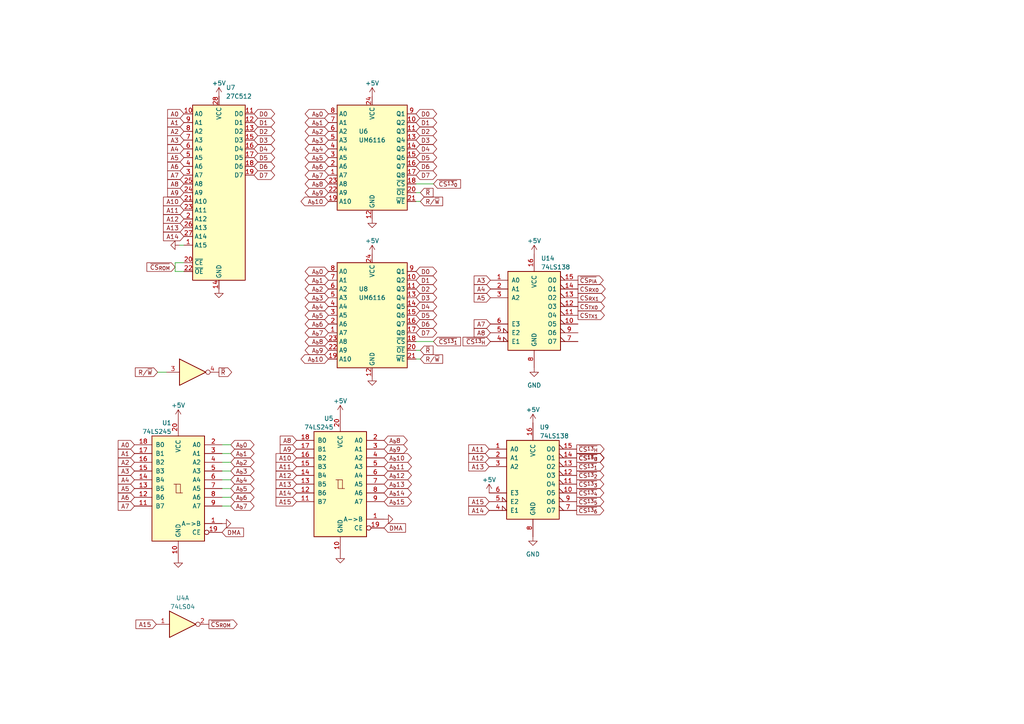
<source format=kicad_sch>
(kicad_sch (version 20230121) (generator eeschema)
  (paper "A4")
  (lib_symbols
    (symbol "+5V_1" (power) (pin_names (offset 0))
      (property "Value" "+5V_1" (at 0 3.556 0))
      (symbol "+5V_1_0_1"
        (polyline (pts (xy -0.762 1.27) (xy 0 2.54)))
        (polyline (pts (xy 0 0) (xy 0 2.54)))
        (polyline (pts (xy 0 2.54) (xy 0.762 1.27)))
      )
      (symbol "+5V_1_1_1"
        (pin power_in line (at 0 0 90) (length 0) hide (name "+5V") (number "1"))
      )
    )
    (symbol "74xx:74LS04"
      (property "Reference" "U" (at 0 1.27 0))
      (property "Value" "74LS04" (at 0 -1.27 0))
      (symbol "74LS04_1_0"
        (polyline (pts (xy -3.81 3.81) (xy -3.81 -3.81) (xy 3.81 0) (xy -3.81 3.81)) (stroke (width 0.254)) (fill (type background)))
        (pin input line (at -7.62 0 0) (length 3.81) (name "~") (number "1"))
        (pin output inverted (at 7.62 0 180) (length 3.81) (name "~") (number "2"))
      )
      (symbol "74LS04_2_0"
        (polyline (pts (xy -3.81 3.81) (xy -3.81 -3.81) (xy 3.81 0) (xy -3.81 3.81)) (stroke (width 0.254)) (fill (type background)))
        (pin input line (at -7.62 0 0) (length 3.81) (name "~") (number "3"))
        (pin output inverted (at 7.62 0 180) (length 3.81) (name "~") (number "4"))
      )
      (symbol "74LS04_3_0"
        (polyline (pts (xy -3.81 3.81) (xy -3.81 -3.81) (xy 3.81 0) (xy -3.81 3.81)) (stroke (width 0.254)) (fill (type background)))
        (pin input line (at -7.62 0 0) (length 3.81) (name "~") (number "5"))
        (pin output inverted (at 7.62 0 180) (length 3.81) (name "~") (number "6"))
      )
      (symbol "74LS04_4_0"
        (polyline (pts (xy -3.81 3.81) (xy -3.81 -3.81) (xy 3.81 0) (xy -3.81 3.81)) (stroke (width 0.254)) (fill (type background)))
        (pin output inverted (at 7.62 0 180) (length 3.81) (name "~") (number "8"))
        (pin input line (at -7.62 0 0) (length 3.81) (name "~") (number "9"))
      )
      (symbol "74LS04_5_0"
        (polyline (pts (xy -3.81 3.81) (xy -3.81 -3.81) (xy 3.81 0) (xy -3.81 3.81)) (stroke (width 0.254)) (fill (type background)))
        (pin output inverted (at 7.62 0 180) (length 3.81) (name "~") (number "10"))
        (pin input line (at -7.62 0 0) (length 3.81) (name "~") (number "11"))
      )
      (symbol "74LS04_6_0"
        (polyline (pts (xy -3.81 3.81) (xy -3.81 -3.81) (xy 3.81 0) (xy -3.81 3.81)) (stroke (width 0.254)) (fill (type background)))
        (pin output inverted (at 7.62 0 180) (length 3.81) (name "~") (number "12"))
        (pin input line (at -7.62 0 0) (length 3.81) (name "~") (number "13"))
      )
      (symbol "74LS04_7_0"
        (pin power_in line (at 0 12.7 270) (length 5.08) (name "VCC") (number "14"))
        (pin power_in line (at 0 -12.7 90) (length 5.08) (name "GND") (number "7"))
      )
      (symbol "74LS04_7_1"
        (rectangle (start -5.08 7.62) (end 5.08 -7.62) (stroke (width 0.254)) (fill (type background)))
      )
    )
    (symbol "74xx:74LS138" (pin_names (offset 1.016))
      (property "Reference" "U" (at -7.62 11.43 0))
      (property "Value" "74LS138" (at -7.62 -13.97 0))
      (symbol "74LS138_1_0"
        (pin input line (at -12.7 7.62 0) (length 5.08) (name "A0") (number "1"))
        (pin output output_low (at 12.7 -5.08 180) (length 5.08) (name "O5") (number "10"))
        (pin output output_low (at 12.7 -2.54 180) (length 5.08) (name "O4") (number "11"))
        (pin output output_low (at 12.7 0 180) (length 5.08) (name "O3") (number "12"))
        (pin output output_low (at 12.7 2.54 180) (length 5.08) (name "O2") (number "13"))
        (pin output output_low (at 12.7 5.08 180) (length 5.08) (name "O1") (number "14"))
        (pin output output_low (at 12.7 7.62 180) (length 5.08) (name "O0") (number "15"))
        (pin power_in line (at 0 15.24 270) (length 5.08) (name "VCC") (number "16"))
        (pin input line (at -12.7 5.08 0) (length 5.08) (name "A1") (number "2"))
        (pin input line (at -12.7 2.54 0) (length 5.08) (name "A2") (number "3"))
        (pin input input_low (at -12.7 -10.16 0) (length 5.08) (name "E1") (number "4"))
        (pin input input_low (at -12.7 -7.62 0) (length 5.08) (name "E2") (number "5"))
        (pin input line (at -12.7 -5.08 0) (length 5.08) (name "E3") (number "6"))
        (pin output output_low (at 12.7 -10.16 180) (length 5.08) (name "O7") (number "7"))
        (pin power_in line (at 0 -17.78 90) (length 5.08) (name "GND") (number "8"))
        (pin output output_low (at 12.7 -7.62 180) (length 5.08) (name "O6") (number "9"))
      )
      (symbol "74LS138_1_1"
        (rectangle (start -7.62 10.16) (end 7.62 -12.7) (stroke (width 0.254)) (fill (type background)))
      )
    )
    (symbol "74xx:74LS245" (pin_names (offset 1.016))
      (property "Reference" "U" (at -7.62 16.51 0))
      (property "Value" "74LS245" (at -7.62 -16.51 0))
      (symbol "74LS245_1_0"
        (polyline (pts (xy -0.635 -1.27) (xy -0.635 1.27) (xy 0.635 1.27)))
        (polyline (pts (xy -1.27 -1.27) (xy 0.635 -1.27) (xy 0.635 1.27) (xy 1.27 1.27)))
        (pin input line (at -12.7 -10.16 0) (length 5.08) (name "A->B") (number "1"))
        (pin power_in line (at 0 -20.32 90) (length 5.08) (name "GND") (number "10"))
        (pin tri_state line (at 12.7 -5.08 180) (length 5.08) (name "B7") (number "11"))
        (pin tri_state line (at 12.7 -2.54 180) (length 5.08) (name "B6") (number "12"))
        (pin tri_state line (at 12.7 0 180) (length 5.08) (name "B5") (number "13"))
        (pin tri_state line (at 12.7 2.54 180) (length 5.08) (name "B4") (number "14"))
        (pin tri_state line (at 12.7 5.08 180) (length 5.08) (name "B3") (number "15"))
        (pin tri_state line (at 12.7 7.62 180) (length 5.08) (name "B2") (number "16"))
        (pin tri_state line (at 12.7 10.16 180) (length 5.08) (name "B1") (number "17"))
        (pin tri_state line (at 12.7 12.7 180) (length 5.08) (name "B0") (number "18"))
        (pin input inverted (at -12.7 -12.7 0) (length 5.08) (name "CE") (number "19"))
        (pin tri_state line (at -12.7 12.7 0) (length 5.08) (name "A0") (number "2"))
        (pin power_in line (at 0 20.32 270) (length 5.08) (name "VCC") (number "20"))
        (pin tri_state line (at -12.7 10.16 0) (length 5.08) (name "A1") (number "3"))
        (pin tri_state line (at -12.7 7.62 0) (length 5.08) (name "A2") (number "4"))
        (pin tri_state line (at -12.7 5.08 0) (length 5.08) (name "A3") (number "5"))
        (pin tri_state line (at -12.7 2.54 0) (length 5.08) (name "A4") (number "6"))
        (pin tri_state line (at -12.7 0 0) (length 5.08) (name "A5") (number "7"))
        (pin tri_state line (at -12.7 -2.54 0) (length 5.08) (name "A6") (number "8"))
        (pin tri_state line (at -12.7 -5.08 0) (length 5.08) (name "A7") (number "9"))
      )
      (symbol "74LS245_1_1"
        (rectangle (start -7.62 15.24) (end 7.62 -15.24) (stroke (width 0.254)) (fill (type background)))
      )
    )
    (symbol "GND_1" (power) (pin_names (offset 0))
      (property "Value" "GND_1" (at 0 -3.81 0))
      (symbol "GND_1_0_1"
        (polyline (pts (xy 0 0) (xy 0 -1.27) (xy 1.27 -1.27) (xy 0 -2.54) (xy -1.27 -1.27) (xy 0 -1.27)))
      )
      (symbol "GND_1_1_1"
        (pin power_in line (at 0 0 270) (length 0) hide (name "GND") (number "1"))
      )
    )
    (symbol "Memory_EPROM:27C512"
      (property "Reference" "U" (at -7.62 26.67 0))
      (property "Value" "27C512" (at 2.54 -26.67 0))
      (symbol "27C512_1_1"
        (rectangle (start -7.62 25.4) (end 7.62 -25.4) (stroke (width 0.254)) (fill (type background)))
        (pin input line (at -10.16 -15.24 0) (length 2.54) (name "A15") (number "1"))
        (pin input line (at -10.16 22.86 0) (length 2.54) (name "A0") (number "10"))
        (pin tri_state line (at 10.16 22.86 180) (length 2.54) (name "D0") (number "11"))
        (pin tri_state line (at 10.16 20.32 180) (length 2.54) (name "D1") (number "12"))
        (pin tri_state line (at 10.16 17.78 180) (length 2.54) (name "D2") (number "13"))
        (pin power_in line (at 0 -27.94 90) (length 2.54) (name "GND") (number "14"))
        (pin tri_state line (at 10.16 15.24 180) (length 2.54) (name "D3") (number "15"))
        (pin tri_state line (at 10.16 12.7 180) (length 2.54) (name "D4") (number "16"))
        (pin tri_state line (at 10.16 10.16 180) (length 2.54) (name "D5") (number "17"))
        (pin tri_state line (at 10.16 7.62 180) (length 2.54) (name "D6") (number "18"))
        (pin tri_state line (at 10.16 5.08 180) (length 2.54) (name "D7") (number "19"))
        (pin input line (at -10.16 -7.62 0) (length 2.54) (name "A12") (number "2"))
        (pin input line (at -10.16 -20.32 0) (length 2.54) (name "~{CE}") (number "20"))
        (pin input line (at -10.16 -2.54 0) (length 2.54) (name "A10") (number "21"))
        (pin input line (at -10.16 -22.86 0) (length 2.54) (name "~{OE}") (number "22"))
        (pin input line (at -10.16 -5.08 0) (length 2.54) (name "A11") (number "23"))
        (pin input line (at -10.16 0 0) (length 2.54) (name "A9") (number "24"))
        (pin input line (at -10.16 2.54 0) (length 2.54) (name "A8") (number "25"))
        (pin input line (at -10.16 -10.16 0) (length 2.54) (name "A13") (number "26"))
        (pin input line (at -10.16 -12.7 0) (length 2.54) (name "A14") (number "27"))
        (pin power_in line (at 0 27.94 270) (length 2.54) (name "VCC") (number "28"))
        (pin input line (at -10.16 5.08 0) (length 2.54) (name "A7") (number "3"))
        (pin input line (at -10.16 7.62 0) (length 2.54) (name "A6") (number "4"))
        (pin input line (at -10.16 10.16 0) (length 2.54) (name "A5") (number "5"))
        (pin input line (at -10.16 12.7 0) (length 2.54) (name "A4") (number "6"))
        (pin input line (at -10.16 15.24 0) (length 2.54) (name "A3") (number "7"))
        (pin input line (at -10.16 17.78 0) (length 2.54) (name "A2") (number "8"))
        (pin input line (at -10.16 20.32 0) (length 2.54) (name "A1") (number "9"))
      )
    )
    (symbol "UM6116_1"
      (property "Reference" "U2" (at 7.62 -11.43 0))
      (property "Value" "UM6116" (at 15.24 -12.7 0))
      (symbol "UM6116_1_0_0"
        (pin power_in line (at 0 25.4 270) (length 2.54) (name "VCC") (number "24"))
      )
      (symbol "UM6116_1_0_1"
        (rectangle (start -10.16 22.86) (end 10.16 -7.62) (stroke (width 0.254)) (fill (type background)))
      )
      (symbol "UM6116_1_1_0"
        (pin power_in line (at 0 -10.16 90) (length 2.54) (name "GND") (number "12"))
      )
      (symbol "UM6116_1_1_1"
        (pin input line (at -12.7 2.54 0) (length 2.54) (name "A7") (number "1"))
        (pin tri_state line (at 12.7 17.78 180) (length 2.54) (name "Q2") (number "10"))
        (pin tri_state line (at 12.7 15.24 180) (length 2.54) (name "Q3") (number "11"))
        (pin tri_state line (at 12.7 12.7 180) (length 2.54) (name "Q4") (number "13"))
        (pin tri_state line (at 12.7 10.16 180) (length 2.54) (name "Q5") (number "14"))
        (pin tri_state line (at 12.7 7.62 180) (length 2.54) (name "Q6") (number "15"))
        (pin tri_state line (at 12.7 5.08 180) (length 2.54) (name "Q7") (number "16"))
        (pin tri_state line (at 12.7 2.54 180) (length 2.54) (name "Q8") (number "17"))
        (pin input line (at 12.7 0 180) (length 2.54) (name "~{CS}") (number "18"))
        (pin input line (at -12.7 -5.08 0) (length 2.54) (name "A10") (number "19"))
        (pin input line (at -12.7 5.08 0) (length 2.54) (name "A6") (number "2"))
        (pin input line (at 12.7 -2.54 180) (length 2.54) (name "~{OE}") (number "20"))
        (pin input line (at 12.7 -5.08 180) (length 2.54) (name "~{WE}") (number "21"))
        (pin input line (at -12.7 -2.54 0) (length 2.54) (name "A9") (number "22"))
        (pin input line (at -12.7 0 0) (length 2.54) (name "A8") (number "23"))
        (pin input line (at -12.7 7.62 0) (length 2.54) (name "A5") (number "3"))
        (pin input line (at -12.7 10.16 0) (length 2.54) (name "A4") (number "4"))
        (pin input line (at -12.7 12.7 0) (length 2.54) (name "A3") (number "5"))
        (pin input line (at -12.7 15.24 0) (length 2.54) (name "A2") (number "6"))
        (pin input line (at -12.7 17.78 0) (length 2.54) (name "A1") (number "7"))
        (pin input line (at -12.7 20.32 0) (length 2.54) (name "A0") (number "8"))
        (pin tri_state line (at 12.7 20.32 180) (length 2.54) (name "Q1") (number "9"))
      )
    )
    (symbol "power:+5V" (power) (pin_names (offset 0))
      (property "Value" "+5V" (at 0 3.556 0))
      (symbol "+5V_0_1"
        (polyline (pts (xy -0.762 1.27) (xy 0 2.54)))
        (polyline (pts (xy 0 0) (xy 0 2.54)))
        (polyline (pts (xy 0 2.54) (xy 0.762 1.27)))
      )
      (symbol "+5V_1_1"
        (pin power_in line (at 0 0 90) (length 0) hide (name "+5V") (number "1"))
      )
    )
    (symbol "power:GND" (power) (pin_names (offset 0))
      (property "Value" "GND" (at 0 -3.81 0))
      (symbol "GND_0_1"
        (polyline (pts (xy 0 0) (xy 0 -1.27) (xy 1.27 -1.27) (xy 0 -2.54) (xy -1.27 -1.27) (xy 0 -1.27)))
      )
      (symbol "GND_1_1"
        (pin power_in line (at 0 0 270) (length 0) hide (name "GND") (number "1"))
      )
    )
  )
  (wire (pts (xy 66.94 134.08) (xy 64.4 134.08)))
  (wire (pts (xy 66.94 146.78) (xy 64.4 146.78)))
  (wire (pts (xy 66.94 144.24) (xy 64.4 144.24)))
  (wire (pts (xy 66.94 131.54) (xy 64.4 131.54)))
  (wire (pts (xy 125.73 53.34) (xy 120.65 53.34)))
  (wire (pts (xy 66.94 129) (xy 64.4 129)))
  (wire (pts (xy 50.8 78.74) (xy 50.8 76.2)))
  (wire (pts (xy 120.65 104.14) (xy 121.92 104.14)))
  (wire (pts (xy 45.72 107.95) (xy 48.26 107.95)))
  (wire (pts (xy 66.94 141.7) (xy 64.4 141.7)))
  (wire (pts (xy 125.73 99.06) (xy 120.65 99.06)))
  (wire (pts (xy 53.34 71.12) (xy 52.07 71.12)))
  (wire (pts (xy 120.65 58.42) (xy 121.92 58.42)))
  (wire (pts (xy 50.8 76.2) (xy 53.34 76.2)))
  (wire (pts (xy 121.92 101.6) (xy 120.65 101.6)))
  (wire (pts (xy 121.92 55.88) (xy 120.65 55.88)))
  (wire (pts (xy 66.94 139.16) (xy 64.4 139.16)))
  (wire (pts (xy 53.34 78.74) (xy 50.8 78.74)))
  (wire (pts (xy 66.94 136.62) (xy 64.4 136.62)))
  (global_label "A6" (shape input) (at 39 144.24 180) (property "Intersheetrefs" "${INTERSHEET_REFS}" (effects hide)))
  (global_label "~{R}" (shape input) (at 121.92 101.6 0) (property "Intersheetrefs" "${INTERSHEET_REFS}" (effects hide)))
  (global_label "D3" (shape tri_state) (at 73.66 40.64 0) (property "Intersheetrefs" "${INTERSHEET_REFS}" (effects hide)))
  (global_label "D2" (shape tri_state) (at 73.66 38.1 0) (property "Intersheetrefs" "${INTERSHEET_REFS}" (effects hide)))
  (global_label "A13" (shape input) (at 141.87 135.35 180) (property "Intersheetrefs" "${INTERSHEET_REFS}" (effects hide)))
  (global_label "A_{b}2" (shape tri_state) (at 95.25 83.82 180) (property "Intersheetrefs" "${INTERSHEET_REFS}" (effects hide)))
  (global_label "D1" (shape tri_state) (at 73.66 35.56 0) (property "Intersheetrefs" "${INTERSHEET_REFS}" (effects hide)))
  (global_label "A11" (shape input) (at 141.87 130.27 180) (property "Intersheetrefs" "${INTERSHEET_REFS}" (effects hide)))
  (global_label "A_{b}4" (shape tri_state) (at 95.25 88.9 180) (property "Intersheetrefs" "${INTERSHEET_REFS}" (effects hide)))
  (global_label "A_{b}7" (shape tri_state) (at 66.94 146.78 0) (property "Intersheetrefs" "${INTERSHEET_REFS}" (effects hide)))
  (global_label "A14" (shape input) (at 85.99 142.97 180) (property "Intersheetrefs" "${INTERSHEET_REFS}" (effects hide)))
  (global_label "A5" (shape input) (at 53.34 45.72 180) (property "Intersheetrefs" "${INTERSHEET_REFS}" (effects hide)))
  (global_label "A_{b}2" (shape tri_state) (at 66.94 134.08 0) (property "Intersheetrefs" "${INTERSHEET_REFS}" (effects hide)))
  (global_label "CS_{RX1}" (shape output) (at 167.64 86.36 0) (property "Intersheetrefs" "${INTERSHEET_REFS}" (effects hide)))
  (global_label "A_{b}7" (shape tri_state) (at 95.25 50.8 180) (property "Intersheetrefs" "${INTERSHEET_REFS}" (effects hide)))
  (global_label "A14" (shape input) (at 141.87 148.05 180) (property "Intersheetrefs" "${INTERSHEET_REFS}" (effects hide)))
  (global_label "A10" (shape input) (at 53.34 58.42 180) (property "Intersheetrefs" "${INTERSHEET_REFS}" (effects hide)))
  (global_label "D0" (shape tri_state) (at 120.65 78.74 0) (property "Intersheetrefs" "${INTERSHEET_REFS}" (effects hide)))
  (global_label "A_{b}4" (shape tri_state) (at 66.94 139.16 0) (property "Intersheetrefs" "${INTERSHEET_REFS}" (effects hide)))
  (global_label "A6" (shape input) (at 53.34 48.26 180) (property "Intersheetrefs" "${INTERSHEET_REFS}" (effects hide)))
  (global_label "A_{b}6" (shape tri_state) (at 95.25 48.26 180) (property "Intersheetrefs" "${INTERSHEET_REFS}" (effects hide)))
  (global_label "A15" (shape input) (at 85.99 145.51 180) (property "Intersheetrefs" "${INTERSHEET_REFS}" (effects hide)))
  (global_label "A12" (shape input) (at 53.34 63.5 180) (property "Intersheetrefs" "${INTERSHEET_REFS}" (effects hide)))
  (global_label "A_{b}3" (shape tri_state) (at 95.25 40.64 180) (property "Intersheetrefs" "${INTERSHEET_REFS}" (effects hide)))
  (global_label "~{CS^{14}_{H}}" (shape output) (at 167.27 132.81 0) (property "Intersheetrefs" "${INTERSHEET_REFS}" (effects hide)))
  (global_label "D0" (shape tri_state) (at 120.65 33.02 0) (property "Intersheetrefs" "${INTERSHEET_REFS}" (effects hide)))
  (global_label "~{CS^{13}_{0}}" (shape output) (at 167.27 132.81 0) (property "Intersheetrefs" "${INTERSHEET_REFS}" (effects hide)))
  (global_label "A8" (shape input) (at 85.99 127.73 180) (property "Intersheetrefs" "${INTERSHEET_REFS}" (effects hide)))
  (global_label "~{CS^{13}_{0}}" (shape input) (at 125.73 53.34 0) (property "Intersheetrefs" "${INTERSHEET_REFS}" (effects hide)))
  (global_label "A_{b}3" (shape tri_state) (at 95.25 86.36 180) (property "Intersheetrefs" "${INTERSHEET_REFS}" (effects hide)))
  (global_label "A2" (shape input) (at 39 134.08 180) (property "Intersheetrefs" "${INTERSHEET_REFS}" (effects hide)))
  (global_label "A_{b}9" (shape tri_state) (at 95.25 55.88 180) (property "Intersheetrefs" "${INTERSHEET_REFS}" (effects hide)))
  (global_label "D1" (shape tri_state) (at 120.65 35.56 0) (property "Intersheetrefs" "${INTERSHEET_REFS}" (effects hide)))
  (global_label "A_{b}0" (shape tri_state) (at 95.25 78.74 180) (property "Intersheetrefs" "${INTERSHEET_REFS}" (effects hide)))
  (global_label "A_{b}9" (shape tri_state) (at 95.25 101.6 180) (property "Intersheetrefs" "${INTERSHEET_REFS}" (effects hide)))
  (global_label "A_{b}8" (shape tri_state) (at 95.25 53.34 180) (property "Intersheetrefs" "${INTERSHEET_REFS}" (effects hide)))
  (global_label "D5" (shape tri_state) (at 73.66 45.72 0) (property "Intersheetrefs" "${INTERSHEET_REFS}" (effects hide)))
  (global_label "D1" (shape tri_state) (at 120.65 81.28 0) (property "Intersheetrefs" "${INTERSHEET_REFS}" (effects hide)))
  (global_label "A_{b}8" (shape tri_state) (at 95.25 99.06 180) (property "Intersheetrefs" "${INTERSHEET_REFS}" (effects hide)))
  (global_label "DMA" (shape input) (at 64.4 154.4 0) (property "Intersheetrefs" "${INTERSHEET_REFS}" (effects hide)))
  (global_label "~{CS_{ROM}}" (shape input) (at 50.8 77.47 180) (property "Intersheetrefs" "${INTERSHEET_REFS}" (effects hide)))
  (global_label "A4" (shape input) (at 53.34 43.18 180) (property "Intersheetrefs" "${INTERSHEET_REFS}" (effects hide)))
  (global_label "A11" (shape input) (at 53.34 60.96 180) (property "Intersheetrefs" "${INTERSHEET_REFS}" (effects hide)))
  (global_label "A13" (shape input) (at 85.99 140.43 180) (property "Intersheetrefs" "${INTERSHEET_REFS}" (effects hide)))
  (global_label "~{CS^{13}_{1}}" (shape input) (at 125.73 99.06 0) (property "Intersheetrefs" "${INTERSHEET_REFS}" (effects hide)))
  (global_label "A_{b}14" (shape tri_state) (at 111.39 142.97 0) (property "Intersheetrefs" "${INTERSHEET_REFS}" (effects hide)))
  (global_label "A_{b}1" (shape tri_state) (at 95.25 35.56 180) (property "Intersheetrefs" "${INTERSHEET_REFS}" (effects hide)))
  (global_label "A_{b}6" (shape tri_state) (at 66.94 144.24 0) (property "Intersheetrefs" "${INTERSHEET_REFS}" (effects hide)))
  (global_label "~{CS^{13}_{1}}" (shape output) (at 167.27 135.35 0) (property "Intersheetrefs" "${INTERSHEET_REFS}" (effects hide)))
  (global_label "D7" (shape tri_state) (at 120.65 96.52 0) (property "Intersheetrefs" "${INTERSHEET_REFS}" (effects hide)))
  (global_label "A_{b}1" (shape tri_state) (at 66.94 131.54 0) (property "Intersheetrefs" "${INTERSHEET_REFS}" (effects hide)))
  (global_label "A7" (shape input) (at 142.24 93.98 180) (property "Intersheetrefs" "${INTERSHEET_REFS}" (effects hide)))
  (global_label "A3" (shape input) (at 142.24 81.28 180) (property "Intersheetrefs" "${INTERSHEET_REFS}" (effects hide)))
  (global_label "A8" (shape input) (at 53.34 53.34 180) (property "Intersheetrefs" "${INTERSHEET_REFS}" (effects hide)))
  (global_label "A3" (shape input) (at 39 136.62 180) (property "Intersheetrefs" "${INTERSHEET_REFS}" (effects hide)))
  (global_label "A0" (shape input) (at 39 129 180) (property "Intersheetrefs" "${INTERSHEET_REFS}" (effects hide)))
  (global_label "A14" (shape input) (at 53.34 68.58 180) (property "Intersheetrefs" "${INTERSHEET_REFS}" (effects hide)))
  (global_label "A_{b}15" (shape tri_state) (at 111.39 145.51 0) (property "Intersheetrefs" "${INTERSHEET_REFS}" (effects hide)))
  (global_label "~{CS^{13}_{6}}" (shape output) (at 167.27 148.05 0) (property "Intersheetrefs" "${INTERSHEET_REFS}" (effects hide)))
  (global_label "R{slash}~{W}" (shape input) (at 121.92 104.14 0) (property "Intersheetrefs" "${INTERSHEET_REFS}" (effects hide)))
  (global_label "D2" (shape tri_state) (at 120.65 83.82 0) (property "Intersheetrefs" "${INTERSHEET_REFS}" (effects hide)))
  (global_label "~{CS^{13}_{H}}" (shape input) (at 142.24 99.06 180) (property "Intersheetrefs" "${INTERSHEET_REFS}" (effects hide)))
  (global_label "A13" (shape input) (at 53.34 66.04 180) (property "Intersheetrefs" "${INTERSHEET_REFS}" (effects hide)))
  (global_label "~{CS_{ROM}}" (shape output) (at 60.59 181.07 0) (property "Intersheetrefs" "${INTERSHEET_REFS}" (effects hide)))
  (global_label "D2" (shape tri_state) (at 120.65 38.1 0) (property "Intersheetrefs" "${INTERSHEET_REFS}" (effects hide)))
  (global_label "A7" (shape input) (at 53.34 50.8 180) (property "Intersheetrefs" "${INTERSHEET_REFS}" (effects hide)))
  (global_label "A_{b}9" (shape tri_state) (at 111.39 130.27 0) (property "Intersheetrefs" "${INTERSHEET_REFS}" (effects hide)))
  (global_label "D5" (shape tri_state) (at 120.65 45.72 0) (property "Intersheetrefs" "${INTERSHEET_REFS}" (effects hide)))
  (global_label "D5" (shape tri_state) (at 120.65 91.44 0) (property "Intersheetrefs" "${INTERSHEET_REFS}" (effects hide)))
  (global_label "~{R}" (shape input) (at 121.92 55.88 0) (property "Intersheetrefs" "${INTERSHEET_REFS}" (effects hide)))
  (global_label "A7" (shape input) (at 39 146.78 180) (property "Intersheetrefs" "${INTERSHEET_REFS}" (effects hide)))
  (global_label "A_{b}0" (shape tri_state) (at 66.94 129 0) (property "Intersheetrefs" "${INTERSHEET_REFS}" (effects hide)))
  (global_label "A15" (shape input) (at 141.87 145.51 180) (property "Intersheetrefs" "${INTERSHEET_REFS}" (effects hide)))
  (global_label "A_{b}5" (shape tri_state) (at 95.25 91.44 180) (property "Intersheetrefs" "${INTERSHEET_REFS}" (effects hide)))
  (global_label "A_{b}0" (shape tri_state) (at 95.25 33.02 180) (property "Intersheetrefs" "${INTERSHEET_REFS}" (effects hide)))
  (global_label "A_{b}13" (shape tri_state) (at 111.39 140.43 0) (property "Intersheetrefs" "${INTERSHEET_REFS}" (effects hide)))
  (global_label "CS_{TX1}" (shape output) (at 167.64 91.44 0) (property "Intersheetrefs" "${INTERSHEET_REFS}" (effects hide)))
  (global_label "D6" (shape tri_state) (at 120.65 93.98 0) (property "Intersheetrefs" "${INTERSHEET_REFS}" (effects hide)))
  (global_label "A12" (shape input) (at 141.87 132.81 180) (property "Intersheetrefs" "${INTERSHEET_REFS}" (effects hide)))
  (global_label "A_{b}6" (shape tri_state) (at 95.25 93.98 180) (property "Intersheetrefs" "${INTERSHEET_REFS}" (effects hide)))
  (global_label "CS_{RX0}" (shape output) (at 167.64 83.82 0) (property "Intersheetrefs" "${INTERSHEET_REFS}" (effects hide)))
  (global_label "A8" (shape input) (at 142.24 96.52 180) (property "Intersheetrefs" "${INTERSHEET_REFS}" (effects hide)))
  (global_label "A11" (shape input) (at 85.99 135.35 180) (property "Intersheetrefs" "${INTERSHEET_REFS}" (effects hide)))
  (global_label "D4" (shape tri_state) (at 120.65 43.18 0) (property "Intersheetrefs" "${INTERSHEET_REFS}" (effects hide)))
  (global_label "D6" (shape tri_state) (at 120.65 48.26 0) (property "Intersheetrefs" "${INTERSHEET_REFS}" (effects hide)))
  (global_label "D4" (shape tri_state) (at 120.65 88.9 0) (property "Intersheetrefs" "${INTERSHEET_REFS}" (effects hide)))
  (global_label "A_{b}2" (shape tri_state) (at 95.25 38.1 180) (property "Intersheetrefs" "${INTERSHEET_REFS}" (effects hide)))
  (global_label "A_{b}3" (shape tri_state) (at 66.94 136.62 0) (property "Intersheetrefs" "${INTERSHEET_REFS}" (effects hide)))
  (global_label "A9" (shape input) (at 85.99 130.27 180) (property "Intersheetrefs" "${INTERSHEET_REFS}" (effects hide)))
  (global_label "A15" (shape input) (at 45.35 181.07 180) (property "Intersheetrefs" "${INTERSHEET_REFS}" (effects hide)))
  (global_label "~{CS^{13}_{5}}" (shape output) (at 167.27 145.51 0) (property "Intersheetrefs" "${INTERSHEET_REFS}" (effects hide)))
  (global_label "~{CS^{13}_{2}}" (shape output) (at 167.27 137.89 0) (property "Intersheetrefs" "${INTERSHEET_REFS}" (effects hide)))
  (global_label "A3" (shape input) (at 53.34 40.64 180) (property "Intersheetrefs" "${INTERSHEET_REFS}" (effects hide)))
  (global_label "D6" (shape tri_state) (at 73.66 48.26 0) (property "Intersheetrefs" "${INTERSHEET_REFS}" (effects hide)))
  (global_label "A10" (shape input) (at 85.99 132.81 180) (property "Intersheetrefs" "${INTERSHEET_REFS}" (effects hide)))
  (global_label "A_{b}5" (shape tri_state) (at 95.25 45.72 180) (property "Intersheetrefs" "${INTERSHEET_REFS}" (effects hide)))
  (global_label "D0" (shape tri_state) (at 73.66 33.02 0) (property "Intersheetrefs" "${INTERSHEET_REFS}" (effects hide)))
  (global_label "A4" (shape input) (at 39 139.16 180) (property "Intersheetrefs" "${INTERSHEET_REFS}" (effects hide)))
  (global_label "A1" (shape input) (at 53.34 35.56 180) (property "Intersheetrefs" "${INTERSHEET_REFS}" (effects hide)))
  (global_label "CS_{TX0}" (shape output) (at 167.64 88.9 0) (property "Intersheetrefs" "${INTERSHEET_REFS}" (effects hide)))
  (global_label "A9" (shape input) (at 53.34 55.88 180) (property "Intersheetrefs" "${INTERSHEET_REFS}" (effects hide)))
  (global_label "DMA" (shape input) (at 111.39 153.13 0) (property "Intersheetrefs" "${INTERSHEET_REFS}" (effects hide)))
  (global_label "A_{b}11" (shape tri_state) (at 111.39 135.35 0) (property "Intersheetrefs" "${INTERSHEET_REFS}" (effects hide)))
  (global_label "A_{b}8" (shape tri_state) (at 111.39 127.73 0) (property "Intersheetrefs" "${INTERSHEET_REFS}" (effects hide)))
  (global_label "A_{b}12" (shape tri_state) (at 111.39 137.89 0) (property "Intersheetrefs" "${INTERSHEET_REFS}" (effects hide)))
  (global_label "A_{b}4" (shape tri_state) (at 95.25 43.18 180) (property "Intersheetrefs" "${INTERSHEET_REFS}" (effects hide)))
  (global_label "A_{b}10" (shape tri_state) (at 111.39 132.81 0) (property "Intersheetrefs" "${INTERSHEET_REFS}" (effects hide)))
  (global_label "A_{b}10" (shape tri_state) (at 95.25 58.42 180) (property "Intersheetrefs" "${INTERSHEET_REFS}" (effects hide)))
  (global_label "A12" (shape input) (at 85.99 137.89 180) (property "Intersheetrefs" "${INTERSHEET_REFS}" (effects hide)))
  (global_label "~{CS^{13}_{H}}" (shape output) (at 167.27 130.27 0) (property "Intersheetrefs" "${INTERSHEET_REFS}" (effects hide)))
  (global_label "~{CS_{PIA}}" (shape output) (at 167.64 81.28 0) (property "Intersheetrefs" "${INTERSHEET_REFS}" (effects hide)))
  (global_label "A0" (shape input) (at 53.34 33.02 180) (property "Intersheetrefs" "${INTERSHEET_REFS}" (effects hide)))
  (global_label "A4" (shape input) (at 142.24 83.82 180) (property "Intersheetrefs" "${INTERSHEET_REFS}" (effects hide)))
  (global_label "A_{b}10" (shape tri_state) (at 95.25 104.14 180) (property "Intersheetrefs" "${INTERSHEET_REFS}" (effects hide)))
  (global_label "D3" (shape tri_state) (at 120.65 86.36 0) (property "Intersheetrefs" "${INTERSHEET_REFS}" (effects hide)))
  (global_label "A_{b}1" (shape tri_state) (at 95.25 81.28 180) (property "Intersheetrefs" "${INTERSHEET_REFS}" (effects hide)))
  (global_label "R{slash}~{W}" (shape input) (at 121.92 58.42 0) (property "Intersheetrefs" "${INTERSHEET_REFS}" (effects hide)))
  (global_label "D3" (shape tri_state) (at 120.65 40.64 0) (property "Intersheetrefs" "${INTERSHEET_REFS}" (effects hide)))
  (global_label "D7" (shape tri_state) (at 120.65 50.8 0) (property "Intersheetrefs" "${INTERSHEET_REFS}" (effects hide)))
  (global_label "~{R}" (shape output) (at 63.5 107.95 0) (property "Intersheetrefs" "${INTERSHEET_REFS}" (effects hide)))
  (global_label "A5" (shape input) (at 142.24 86.36 180) (property "Intersheetrefs" "${INTERSHEET_REFS}" (effects hide)))
  (global_label "A_{b}5" (shape tri_state) (at 66.94 141.7 0) (property "Intersheetrefs" "${INTERSHEET_REFS}" (effects hide)))
  (global_label "~{CS^{13}_{3}}" (shape output) (at 167.27 140.43 0) (property "Intersheetrefs" "${INTERSHEET_REFS}" (effects hide)))
  (global_label "A1" (shape input) (at 39 131.54 180) (property "Intersheetrefs" "${INTERSHEET_REFS}" (effects hide)))
  (global_label "D4" (shape tri_state) (at 73.66 43.18 0) (property "Intersheetrefs" "${INTERSHEET_REFS}" (effects hide)))
  (global_label "A5" (shape input) (at 39 141.7 180) (property "Intersheetrefs" "${INTERSHEET_REFS}" (effects hide)))
  (global_label "A2" (shape input) (at 53.34 38.1 180) (property "Intersheetrefs" "${INTERSHEET_REFS}" (effects hide)))
  (global_label "R{slash}~{W}" (shape input) (at 45.72 107.95 180) (property "Intersheetrefs" "${INTERSHEET_REFS}" (effects hide)))
  (global_label "D7" (shape tri_state) (at 73.66 50.8 0) (property "Intersheetrefs" "${INTERSHEET_REFS}" (effects hide)))
  (global_label "~{CS^{13}_{4}}" (shape output) (at 167.27 142.97 0) (property "Intersheetrefs" "${INTERSHEET_REFS}" (effects hide)))
  (global_label "A_{b}7" (shape tri_state) (at 95.25 96.52 180) (property "Intersheetrefs" "${INTERSHEET_REFS}" (effects hide)))
  (symbol (lib_id "74xx:74LS04") (at 52.97 181.07 0) (unit 1)
    (property "Reference" "U4" (at 52.97 173.45 0))
    (property "Value" "74LS04" (at 52.97 175.99 0))
    (property "Datasheet" "http://www.ti.com/lit/gpn/sn74LS04" (effects hide))
  )
  (symbol (lib_id "power:GND") (at 52.07 71.12 270) (unit 1)
    (property "Reference" "#PWR022" (effects hide))
    (property "Value" "GND" (effects hide))
    (instances (project "6802 v1" (path "" (reference "#PWR022") (unit 1)) (path "" (reference "#PWR021") (unit 1))))
  )
  (symbol (lib_id "power:+5V") (at 107.95 73.66 0) (unit 1)
    (property "Reference" "#PWR023" (effects hide))
    (property "Value" "+5V" (at 107.95 69.85 0))
    (instances (project "6802 v1" (path "" (reference "#PWR023") (unit 1)) (path "" (reference "#PWR022") (unit 1))))
  )
  (symbol (lib_id "power:GND") (at 63.5 83.82 0) (unit 1)
    (property "Reference" "#PWR024" (effects hide))
    (property "Value" "GND" (effects hide))
    (instances (project "6802 v1" (path "" (reference "#PWR024") (unit 1)) (path "" (reference "#PWR023") (unit 1))))
  )
  (symbol (lib_id "74xx:74LS04") (at 55.88 107.95 0) (unit 2)
    (property "Reference" "U4" (effects hide))
    (property "Value" "74LS04" (effects hide))
    (property "Footprint" "Package_DIP:DIP-14_W7.62mm_Socket" (effects hide))
    (property "Datasheet" "http://www.ti.com/lit/gpn/sn74LS04" (effects hide))
  )
  (symbol (lib_id "power:GND") (at 111.39 150.59 90) (unit 1)
    (property "Reference" "#PWR017" (effects hide))
    (property "Value" "GND" (effects hide))
  )
  (symbol (lib_id "74xx:74LS138") (at 154.57 137.89 0) (unit 1)
    (property "Reference" "U9" (at 156.5259 123.92 0) (effects (justify left)))
    (property "Value" "74LS138" (at 156.5259 126.46 0) (effects (justify left)))
    (property "Footprint" "Package_DIP:DIP-16_W7.62mm_Socket" (effects hide))
    (property "Datasheet" "http://www.ti.com/lit/gpn/sn74LS138" (effects hide))
    (instances (project "6802 v1" (path "" (reference "U9") (unit 1)) (path "" (reference "U1") (unit 1))))
  )
  (symbol (lib_id "power:+5V") (at 63.5 27.94 0) (unit 1)
    (property "Reference" "#PWR018" (effects hide))
    (property "Value" "+5V" (at 63.5 24.13 0))
  )
  (symbol (lib_name "GND_1") (lib_id "power:GND") (at 154.94 106.68 0) (unit 1)
    (property "Reference" "#PWR036" (effects hide))
    (property "Value" "GND" (at 154.94 111.76 0))
    (instances (project "6802 v1" (path "" (reference "#PWR036") (unit 1)) (path "" (reference "#PWR031") (unit 1))))
  )
  (symbol (lib_id "power:+5V") (at 141.87 142.97 0) (unit 1)
    (property "Reference" "#PWR026" (effects hide))
    (property "Value" "+5V" (at 141.87 139.16 0))
    (instances (project "6802 v1" (path "" (reference "#PWR026") (unit 1)) (path "" (reference "#PWR012") (unit 1))))
  )
  (symbol (lib_id "power:+5V") (at 98.69 120.11 0) (unit 1)
    (property "Reference" "#PWR012" (effects hide))
    (property "Value" "+5V" (at 98.69 116.3 0))
    (instances (project "6802 v1" (path "" (reference "#PWR012") (unit 1)) (path "" (reference "#PWR03") (unit 1))))
  )
  (symbol (lib_id "74xx:74LS245") (at 51.7 141.7 0) (mirror y) (unit 1)
    (property "Reference" "U1" (at 49.7441 122.65 0) (effects (justify left)))
    (property "Value" "74LS245" (at 49.7441 125.19 0) (effects (justify left)))
    (property "Datasheet" "http://www.ti.com/lit/gpn/sn74LS245" (effects hide))
    (instances (project "6802 v1" (path "" (reference "U1") (unit 1)) (path "" (reference "U9") (unit 1))))
  )
  (symbol (lib_id "power:GND") (at 107.95 109.22 0) (unit 1)
    (property "Reference" "#PWR025" (effects hide))
    (property "Value" "GND" (effects hide))
    (instances (project "6802 v1" (path "" (reference "#PWR025") (unit 1)) (path "" (reference "#PWR024") (unit 1))))
  )
  (symbol (lib_id "power:GND") (at 107.95 63.5 0) (unit 1)
    (property "Reference" "#PWR021" (effects hide))
    (property "Value" "GND" (effects hide))
    (instances (project "6802 v1" (path "" (reference "#PWR021") (unit 1)) (path "" (reference "#PWR020") (unit 1))))
  )
  (symbol (lib_name "UM6116_1") (lib_id "Memory_RAM:UM6116") (at 107.95 99.06 0) (unit 1)
    (property "Reference" "U8" (at 105.41 83.82 0))
    (property "Value" "UM6116" (at 107.95 86.36 0))
  )
  (symbol (lib_id "power:GND") (at 51.7 162.02 0) (unit 1)
    (property "Reference" "#PWR011" (effects hide))
    (property "Value" "GND" (effects hide))
    (instances (project "6802 v1" (path "" (reference "#PWR011") (unit 1)) (path "" (reference "#PWR028") (unit 1))))
  )
  (symbol (lib_id "Memory_EPROM:27C512") (at 63.5 55.88 0) (unit 1)
    (property "Reference" "U7" (at 65.5194 25.4 0) (effects (justify left)))
    (property "Value" "27C512" (at 65.5194 27.94 0) (effects (justify left)))
    (property "Footprint" "Package_DIP:DIP-28_W15.24mm" (effects hide))
    (property "Datasheet" "http://ww1.microchip.com/downloads/en/DeviceDoc/doc0015.pdf" (effects hide))
  )
  (symbol (lib_id "power:GND") (at 154.57 155.67 0) (unit 1)
    (property "Reference" "#PWR028" (effects hide))
    (property "Value" "GND" (at 154.57 160.75 0))
    (instances (project "6802 v1" (path "" (reference "#PWR028") (unit 1)) (path "" (reference "#PWR026") (unit 1))))
  )
  (symbol (lib_id "power:+5V") (at 107.95 27.94 0) (unit 1)
    (property "Reference" "#PWR019" (effects hide))
    (property "Value" "+5V" (at 107.95 24.13 0))
  )
  (symbol (lib_name "UM6116_1") (lib_id "Memory_RAM:UM6116") (at 107.95 53.34 0) (unit 1)
    (property "Reference" "U6" (at 105.41 38.1 0))
    (property "Value" "UM6116" (at 107.95 40.64 0))
  )
  (symbol (lib_id "74xx:74LS245") (at 98.69 140.43 0) (mirror y) (unit 1)
    (property "Reference" "U5" (at 96.7341 121.38 0) (effects (justify left)))
    (property "Value" "74LS245" (at 96.7341 123.92 0) (effects (justify left)))
    (property "Datasheet" "http://www.ti.com/lit/gpn/sn74LS245" (effects hide))
  )
  (symbol (lib_id "power:GND") (at 64.4 151.86 90) (unit 1)
    (property "Reference" "#PWR09" (effects hide))
    (property "Value" "GND" (effects hide))
    (instances (project "6802 v1" (path "" (reference "#PWR09") (unit 1)) (path "" (reference "#PWR025") (unit 1))))
  )
  (symbol (lib_id "power:+5V") (at 51.7 121.38 0) (unit 1)
    (property "Reference" "#PWR03" (effects hide))
    (property "Value" "+5V" (at 51.7 117.57 0))
    (instances (project "6802 v1" (path "" (reference "#PWR03") (unit 1)) (path "" (reference "#PWR09") (unit 1))))
  )
  (symbol (lib_name "+5V_1") (lib_id "power:+5V") (at 154.94 73.66 0) (unit 1)
    (property "Reference" "#PWR030" (effects hide))
    (property "Value" "+5V" (at 154.94 69.85 0))
  )
  (symbol (lib_id "74xx:74LS138") (at 154.94 88.9 0) (unit 1)
    (property "Reference" "U14" (at 156.8959 74.93 0) (effects (justify left)))
    (property "Value" "74LS138" (at 156.8959 77.47 0) (effects (justify left)))
    (property "Datasheet" "http://www.ti.com/lit/gpn/sn74LS138" (effects hide))
    (instances (project "6802 v1" (path "" (reference "U14") (unit 1)) (path "" (reference "U12") (unit 1))))
  )
  (symbol (lib_id "power:+5V") (at 154.57 122.65 0) (unit 1)
    (property "Reference" "#PWR027" (effects hide))
    (property "Value" "+5V" (at 154.57 118.84 0))
    (instances (project "6802 v1" (path "" (reference "#PWR027") (unit 1)) (path "" (reference "#PWR011") (unit 1))))
  )
  (symbol (lib_id "power:GND") (at 98.69 160.75 0) (unit 1)
    (property "Reference" "#PWR011" (effects hide))
    (property "Value" "GND" (effects hide))
    (instances (project "6802 v1" (path "" (reference "#PWR011") (unit 1)) (path "" (reference "#PWR027") (unit 1))))
  )
)
</source>
